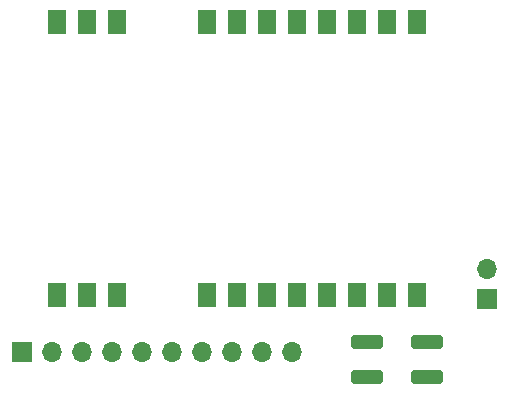
<source format=gts>
G04 #@! TF.GenerationSoftware,KiCad,Pcbnew,8.0.8*
G04 #@! TF.CreationDate,2025-02-15T12:45:03+02:00*
G04 #@! TF.ProjectId,E900M30S shield,45393030-4d33-4305-9320-736869656c64,rev?*
G04 #@! TF.SameCoordinates,Original*
G04 #@! TF.FileFunction,Soldermask,Top*
G04 #@! TF.FilePolarity,Negative*
%FSLAX46Y46*%
G04 Gerber Fmt 4.6, Leading zero omitted, Abs format (unit mm)*
G04 Created by KiCad (PCBNEW 8.0.8) date 2025-02-15 12:45:03*
%MOMM*%
%LPD*%
G01*
G04 APERTURE LIST*
G04 Aperture macros list*
%AMRoundRect*
0 Rectangle with rounded corners*
0 $1 Rounding radius*
0 $2 $3 $4 $5 $6 $7 $8 $9 X,Y pos of 4 corners*
0 Add a 4 corners polygon primitive as box body*
4,1,4,$2,$3,$4,$5,$6,$7,$8,$9,$2,$3,0*
0 Add four circle primitives for the rounded corners*
1,1,$1+$1,$2,$3*
1,1,$1+$1,$4,$5*
1,1,$1+$1,$6,$7*
1,1,$1+$1,$8,$9*
0 Add four rect primitives between the rounded corners*
20,1,$1+$1,$2,$3,$4,$5,0*
20,1,$1+$1,$4,$5,$6,$7,0*
20,1,$1+$1,$6,$7,$8,$9,0*
20,1,$1+$1,$8,$9,$2,$3,0*%
G04 Aperture macros list end*
%ADD10R,1.700000X1.700000*%
%ADD11O,1.700000X1.700000*%
%ADD12RoundRect,0.250000X-1.100000X0.325000X-1.100000X-0.325000X1.100000X-0.325000X1.100000X0.325000X0*%
%ADD13R,1.510000X2.080000*%
G04 APERTURE END LIST*
D10*
G04 #@! TO.C,J1*
X119380000Y-128905000D03*
D11*
X121920000Y-128905000D03*
X124460000Y-128905000D03*
X127000000Y-128905000D03*
X129540000Y-128905000D03*
X132080000Y-128905000D03*
X134620000Y-128905000D03*
X137160000Y-128905000D03*
X139700000Y-128905000D03*
X142240000Y-128905000D03*
G04 #@! TD*
D10*
G04 #@! TO.C,J2*
X158750000Y-124460000D03*
D11*
X158750000Y-121920000D03*
G04 #@! TD*
D12*
G04 #@! TO.C,C1*
X148590000Y-128065000D03*
X148590000Y-131015000D03*
G04 #@! TD*
D13*
G04 #@! TO.C,U1*
X122330000Y-124110000D03*
X124870000Y-124110000D03*
X127410000Y-124110000D03*
X135010000Y-124110000D03*
X137550000Y-124110000D03*
X140090000Y-124110000D03*
X142630000Y-124110000D03*
X145170000Y-124110000D03*
X147710000Y-124110000D03*
X150250000Y-124110000D03*
X152790000Y-124110000D03*
X152790000Y-100960000D03*
X150250000Y-100960000D03*
X147710000Y-100960000D03*
X145170000Y-100960000D03*
X142630000Y-100960000D03*
X140090000Y-100960000D03*
X137550000Y-100960000D03*
X135010000Y-100960000D03*
X127410000Y-100960000D03*
X124870000Y-100960000D03*
X122330000Y-100960000D03*
G04 #@! TD*
D12*
G04 #@! TO.C,C2*
X153670000Y-128065000D03*
X153670000Y-131015000D03*
G04 #@! TD*
M02*

</source>
